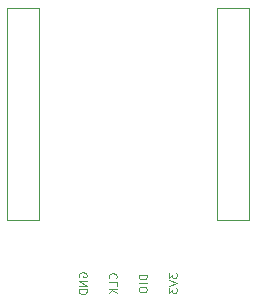
<source format=gbr>
%TF.GenerationSoftware,KiCad,Pcbnew,9.0.5*%
%TF.CreationDate,2025-12-03T12:23:34+01:00*%
%TF.ProjectId,stm32f030f4p6-board,73746d33-3266-4303-9330-663470362d62,rev?*%
%TF.SameCoordinates,Original*%
%TF.FileFunction,Legend,Bot*%
%TF.FilePolarity,Positive*%
%FSLAX46Y46*%
G04 Gerber Fmt 4.6, Leading zero omitted, Abs format (unit mm)*
G04 Created by KiCad (PCBNEW 9.0.5) date 2025-12-03 12:23:34*
%MOMM*%
%LPD*%
G01*
G04 APERTURE LIST*
%ADD10C,0.100000*%
%ADD11C,0.120000*%
G04 APERTURE END LIST*
D10*
X100318633Y-78065788D02*
X100318633Y-78499121D01*
X100318633Y-78499121D02*
X100585300Y-78265788D01*
X100585300Y-78265788D02*
X100585300Y-78365788D01*
X100585300Y-78365788D02*
X100618633Y-78432454D01*
X100618633Y-78432454D02*
X100651966Y-78465788D01*
X100651966Y-78465788D02*
X100718633Y-78499121D01*
X100718633Y-78499121D02*
X100885300Y-78499121D01*
X100885300Y-78499121D02*
X100951966Y-78465788D01*
X100951966Y-78465788D02*
X100985300Y-78432454D01*
X100985300Y-78432454D02*
X101018633Y-78365788D01*
X101018633Y-78365788D02*
X101018633Y-78165788D01*
X101018633Y-78165788D02*
X100985300Y-78099121D01*
X100985300Y-78099121D02*
X100951966Y-78065788D01*
X100318633Y-78699121D02*
X101018633Y-78932455D01*
X101018633Y-78932455D02*
X100318633Y-79165788D01*
X100318633Y-79332455D02*
X100318633Y-79765788D01*
X100318633Y-79765788D02*
X100585300Y-79532455D01*
X100585300Y-79532455D02*
X100585300Y-79632455D01*
X100585300Y-79632455D02*
X100618633Y-79699121D01*
X100618633Y-79699121D02*
X100651966Y-79732455D01*
X100651966Y-79732455D02*
X100718633Y-79765788D01*
X100718633Y-79765788D02*
X100885300Y-79765788D01*
X100885300Y-79765788D02*
X100951966Y-79732455D01*
X100951966Y-79732455D02*
X100985300Y-79699121D01*
X100985300Y-79699121D02*
X101018633Y-79632455D01*
X101018633Y-79632455D02*
X101018633Y-79432455D01*
X101018633Y-79432455D02*
X100985300Y-79365788D01*
X100985300Y-79365788D02*
X100951966Y-79332455D01*
X98478633Y-78215788D02*
X97778633Y-78215788D01*
X97778633Y-78215788D02*
X97778633Y-78382455D01*
X97778633Y-78382455D02*
X97811966Y-78482455D01*
X97811966Y-78482455D02*
X97878633Y-78549122D01*
X97878633Y-78549122D02*
X97945300Y-78582455D01*
X97945300Y-78582455D02*
X98078633Y-78615788D01*
X98078633Y-78615788D02*
X98178633Y-78615788D01*
X98178633Y-78615788D02*
X98311966Y-78582455D01*
X98311966Y-78582455D02*
X98378633Y-78549122D01*
X98378633Y-78549122D02*
X98445300Y-78482455D01*
X98445300Y-78482455D02*
X98478633Y-78382455D01*
X98478633Y-78382455D02*
X98478633Y-78215788D01*
X98478633Y-78915788D02*
X97778633Y-78915788D01*
X97778633Y-79382455D02*
X97778633Y-79515788D01*
X97778633Y-79515788D02*
X97811966Y-79582455D01*
X97811966Y-79582455D02*
X97878633Y-79649121D01*
X97878633Y-79649121D02*
X98011966Y-79682455D01*
X98011966Y-79682455D02*
X98245300Y-79682455D01*
X98245300Y-79682455D02*
X98378633Y-79649121D01*
X98378633Y-79649121D02*
X98445300Y-79582455D01*
X98445300Y-79582455D02*
X98478633Y-79515788D01*
X98478633Y-79515788D02*
X98478633Y-79382455D01*
X98478633Y-79382455D02*
X98445300Y-79315788D01*
X98445300Y-79315788D02*
X98378633Y-79249121D01*
X98378633Y-79249121D02*
X98245300Y-79215788D01*
X98245300Y-79215788D02*
X98011966Y-79215788D01*
X98011966Y-79215788D02*
X97878633Y-79249121D01*
X97878633Y-79249121D02*
X97811966Y-79315788D01*
X97811966Y-79315788D02*
X97778633Y-79382455D01*
X92731966Y-78399122D02*
X92698633Y-78332455D01*
X92698633Y-78332455D02*
X92698633Y-78232455D01*
X92698633Y-78232455D02*
X92731966Y-78132455D01*
X92731966Y-78132455D02*
X92798633Y-78065789D01*
X92798633Y-78065789D02*
X92865300Y-78032455D01*
X92865300Y-78032455D02*
X92998633Y-77999122D01*
X92998633Y-77999122D02*
X93098633Y-77999122D01*
X93098633Y-77999122D02*
X93231966Y-78032455D01*
X93231966Y-78032455D02*
X93298633Y-78065789D01*
X93298633Y-78065789D02*
X93365300Y-78132455D01*
X93365300Y-78132455D02*
X93398633Y-78232455D01*
X93398633Y-78232455D02*
X93398633Y-78299122D01*
X93398633Y-78299122D02*
X93365300Y-78399122D01*
X93365300Y-78399122D02*
X93331966Y-78432455D01*
X93331966Y-78432455D02*
X93098633Y-78432455D01*
X93098633Y-78432455D02*
X93098633Y-78299122D01*
X93398633Y-78732455D02*
X92698633Y-78732455D01*
X92698633Y-78732455D02*
X93398633Y-79132455D01*
X93398633Y-79132455D02*
X92698633Y-79132455D01*
X93398633Y-79465788D02*
X92698633Y-79465788D01*
X92698633Y-79465788D02*
X92698633Y-79632455D01*
X92698633Y-79632455D02*
X92731966Y-79732455D01*
X92731966Y-79732455D02*
X92798633Y-79799122D01*
X92798633Y-79799122D02*
X92865300Y-79832455D01*
X92865300Y-79832455D02*
X92998633Y-79865788D01*
X92998633Y-79865788D02*
X93098633Y-79865788D01*
X93098633Y-79865788D02*
X93231966Y-79832455D01*
X93231966Y-79832455D02*
X93298633Y-79799122D01*
X93298633Y-79799122D02*
X93365300Y-79732455D01*
X93365300Y-79732455D02*
X93398633Y-79632455D01*
X93398633Y-79632455D02*
X93398633Y-79465788D01*
X95871966Y-78515788D02*
X95905300Y-78482455D01*
X95905300Y-78482455D02*
X95938633Y-78382455D01*
X95938633Y-78382455D02*
X95938633Y-78315788D01*
X95938633Y-78315788D02*
X95905300Y-78215788D01*
X95905300Y-78215788D02*
X95838633Y-78149122D01*
X95838633Y-78149122D02*
X95771966Y-78115788D01*
X95771966Y-78115788D02*
X95638633Y-78082455D01*
X95638633Y-78082455D02*
X95538633Y-78082455D01*
X95538633Y-78082455D02*
X95405300Y-78115788D01*
X95405300Y-78115788D02*
X95338633Y-78149122D01*
X95338633Y-78149122D02*
X95271966Y-78215788D01*
X95271966Y-78215788D02*
X95238633Y-78315788D01*
X95238633Y-78315788D02*
X95238633Y-78382455D01*
X95238633Y-78382455D02*
X95271966Y-78482455D01*
X95271966Y-78482455D02*
X95305300Y-78515788D01*
X95938633Y-79149122D02*
X95938633Y-78815788D01*
X95938633Y-78815788D02*
X95238633Y-78815788D01*
X95938633Y-79382455D02*
X95238633Y-79382455D01*
X95938633Y-79782455D02*
X95538633Y-79482455D01*
X95238633Y-79782455D02*
X95638633Y-79382455D01*
D11*
%TO.C,J3*%
X104400000Y-55620000D02*
X104400000Y-73620000D01*
X107160000Y-55620000D02*
X104400000Y-55620000D01*
X107160000Y-55620000D02*
X107160000Y-73620000D01*
X107160000Y-73620000D02*
X104400000Y-73620000D01*
%TO.C,J5*%
X86620000Y-55620000D02*
X86620000Y-73620000D01*
X89380000Y-55620000D02*
X86620000Y-55620000D01*
X89380000Y-55620000D02*
X89380000Y-73620000D01*
X89380000Y-73620000D02*
X86620000Y-73620000D01*
%TD*%
M02*

</source>
